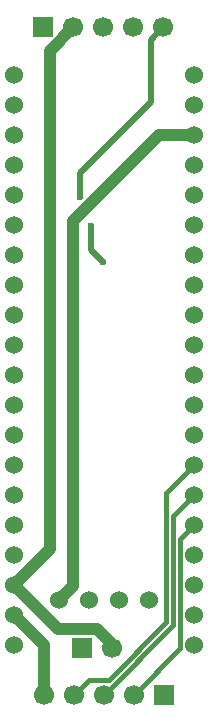
<source format=gbl>
%TF.GenerationSoftware,KiCad,Pcbnew,9.0.2*%
%TF.CreationDate,2025-07-08T19:23:37-03:00*%
%TF.ProjectId,ProlinUp,50726f6c-696e-4557-902e-6b696361645f,rev?*%
%TF.SameCoordinates,Original*%
%TF.FileFunction,Copper,L2,Bot*%
%TF.FilePolarity,Positive*%
%FSLAX46Y46*%
G04 Gerber Fmt 4.6, Leading zero omitted, Abs format (unit mm)*
G04 Created by KiCad (PCBNEW 9.0.2) date 2025-07-08 19:23:37*
%MOMM*%
%LPD*%
G01*
G04 APERTURE LIST*
%TA.AperFunction,ComponentPad*%
%ADD10R,1.700000X1.700000*%
%TD*%
%TA.AperFunction,ComponentPad*%
%ADD11C,1.700000*%
%TD*%
%TA.AperFunction,ComponentPad*%
%ADD12C,1.524000*%
%TD*%
%TA.AperFunction,ViaPad*%
%ADD13C,0.600000*%
%TD*%
%TA.AperFunction,Conductor*%
%ADD14C,1.000000*%
%TD*%
%TA.AperFunction,Conductor*%
%ADD15C,0.500000*%
%TD*%
%TA.AperFunction,Conductor*%
%ADD16C,0.400000*%
%TD*%
G04 APERTURE END LIST*
D10*
%TO.P,J2,1,Pin_1*%
%TO.N,+5V*%
X141922500Y-76156250D03*
D11*
%TO.P,J2,2,Pin_2*%
X144462500Y-76156250D03*
%TO.P,J2,3,Pin_3*%
%TO.N,GND*%
X147002500Y-76156250D03*
%TO.P,J2,4,Pin_4*%
X149542500Y-76156250D03*
%TO.P,J2,5,Pin_5*%
%TO.N,TOUCH_BUTTON*%
X152082500Y-76156250D03*
%TD*%
D10*
%TO.P,J1,1,Pin_1*%
%TO.N,+3.3V*%
X152122500Y-132656250D03*
D11*
%TO.P,J1,2,Pin_2*%
%TO.N,PA0_X_ADXL*%
X149582500Y-132656250D03*
%TO.P,J1,3,Pin_3*%
%TO.N,PA1_Z_ADXL*%
X147042500Y-132656250D03*
%TO.P,J1,4,Pin_4*%
%TO.N,PA2_Y_ADXL*%
X144502500Y-132656250D03*
%TO.P,J1,5,Pin_5*%
%TO.N,GND*%
X141962500Y-132656250D03*
%TD*%
D10*
%TO.P,J4,1,Pin_1*%
%TO.N,Net-(J4-Pin_1)*%
X145187500Y-128656250D03*
D11*
%TO.P,J4,2,Pin_2*%
%TO.N,+5V*%
X147727500Y-128656250D03*
%TD*%
D12*
%TO.P,U1,3V3,3.3V*%
%TO.N,+3.3V*%
X139437500Y-128461250D03*
X143247500Y-124651250D03*
X154677500Y-85281250D03*
%TO.P,U1,5V,5V*%
%TO.N,+5V*%
X139437500Y-123381250D03*
%TO.P,U1,G,GND*%
%TO.N,GND*%
X139437500Y-125921250D03*
X150867500Y-124651250D03*
X154677500Y-80201250D03*
X154677500Y-82741250D03*
%TO.P,U1,NRST,RESET*%
%TO.N,Net-(Q1-C)*%
X154677500Y-87821250D03*
%TO.P,U1,PA0,PA0*%
%TO.N,PA0_X_ADXL*%
X154677500Y-118301250D03*
%TO.P,U1,PA1,PA1*%
%TO.N,PA1_Z_ADXL*%
X154677500Y-115761250D03*
%TO.P,U1,PA2,PA2*%
%TO.N,PA2_Y_ADXL*%
X154677500Y-113221250D03*
%TO.P,U1,PA3,PA3*%
%TO.N,unconnected-(U1-PadPA3)*%
X154677500Y-110681250D03*
%TO.P,U1,PA4,PA4*%
%TO.N,unconnected-(U1-PadPA4)*%
X154677500Y-108141250D03*
%TO.P,U1,PA5,PA5*%
%TO.N,unconnected-(U1-PadPA5)*%
X154677500Y-105601250D03*
%TO.P,U1,PA6,PA6*%
%TO.N,PA6_PWM_OUTPUT*%
X154677500Y-103061250D03*
%TO.P,U1,PA7,PA7*%
%TO.N,unconnected-(U1-PadPA7)*%
X154677500Y-100521250D03*
%TO.P,U1,PA8,PA8*%
%TO.N,unconnected-(U1-PadPA8)*%
X139437500Y-90361250D03*
%TO.P,U1,PA9,PA9*%
%TO.N,unconnected-(U1-PadPA9)*%
X139437500Y-92901250D03*
%TO.P,U1,PA10,PA10*%
%TO.N,unconnected-(U1-PadPA10)*%
X139437500Y-95441250D03*
%TO.P,U1,PA11,PA11*%
%TO.N,unconnected-(U1-PadPA11)*%
X139437500Y-97981250D03*
%TO.P,U1,PA12,PA12*%
%TO.N,unconnected-(U1-PadPA12)*%
X139437500Y-100521250D03*
%TO.P,U1,PA15,PA15*%
%TO.N,unconnected-(U1-PadPA15)*%
X139437500Y-103061250D03*
%TO.P,U1,PB0,PB0*%
%TO.N,Net-(R2-Pad1)*%
X154677500Y-97981250D03*
%TO.P,U1,PB1,PB1*%
%TO.N,unconnected-(U1-PadPB1)*%
X154677500Y-95441250D03*
%TO.P,U1,PB3,PB3*%
%TO.N,unconnected-(U1-PadPB3)*%
X139437500Y-105601250D03*
%TO.P,U1,PB4,PB4*%
%TO.N,unconnected-(U1-PadPB4)*%
X139437500Y-108141250D03*
%TO.P,U1,PB5,PB5*%
%TO.N,unconnected-(U1-PadPB5)*%
X139437500Y-110681250D03*
%TO.P,U1,PB6,PB6*%
%TO.N,unconnected-(U1-PadPB6)*%
X139437500Y-113221250D03*
%TO.P,U1,PB7,PB7*%
%TO.N,SIGNAL_TOUCH*%
X139437500Y-115761250D03*
%TO.P,U1,PB8,PB8*%
%TO.N,unconnected-(U1-PadPB8)*%
X139437500Y-118301250D03*
%TO.P,U1,PB9,PB9*%
%TO.N,unconnected-(U1-PadPB9)*%
X139437500Y-120841250D03*
%TO.P,U1,PB10,PB10*%
%TO.N,unconnected-(U1-PadPB10)*%
X154677500Y-92901250D03*
%TO.P,U1,PB11,PB11*%
%TO.N,unconnected-(U1-PadPB11)*%
X154677500Y-90361250D03*
%TO.P,U1,PB12,PB12*%
%TO.N,unconnected-(U1-PadPB12)*%
X139437500Y-80201250D03*
%TO.P,U1,PB13,PB13*%
%TO.N,unconnected-(U1-PadPB13)*%
X139437500Y-82741250D03*
%TO.P,U1,PB14,PB14*%
%TO.N,unconnected-(U1-PadPB14)*%
X139437500Y-85281250D03*
%TO.P,U1,PB15,PB15*%
%TO.N,unconnected-(U1-PadPB15)*%
X139437500Y-87821250D03*
%TO.P,U1,PC13,PC13*%
%TO.N,unconnected-(U1-PadPC13)*%
X154677500Y-125921250D03*
%TO.P,U1,PC14,PC14*%
%TO.N,unconnected-(U1-PadPC14)*%
X154677500Y-123381250D03*
%TO.P,U1,PC15,PC15*%
%TO.N,unconnected-(U1-PadPC15)*%
X154677500Y-120841250D03*
%TO.P,U1,SWCLK*%
%TO.N,N/C*%
X148327500Y-124651250D03*
%TO.P,U1,SWO*%
X145787500Y-124651250D03*
%TO.P,U1,VBAT,Vbat*%
%TO.N,unconnected-(U1-Vbat-PadVBAT)*%
X154677500Y-128461250D03*
%TD*%
D13*
%TO.N,TOUCH_BUTTON*%
X145000000Y-90500000D03*
X146000000Y-93000000D03*
X146000000Y-93000000D03*
X147000000Y-96000000D03*
%TD*%
D14*
%TO.N,+5V*%
X144462500Y-76156250D02*
X142500000Y-78118750D01*
X142500000Y-78118750D02*
X142500000Y-120318750D01*
X142500000Y-120318750D02*
X139437500Y-123381250D01*
D15*
%TO.N,TOUCH_BUTTON*%
X145000000Y-90500000D02*
X145000000Y-88500000D01*
X151000000Y-77238750D02*
X152082500Y-76156250D01*
X145000000Y-88500000D02*
X151000000Y-82500000D01*
X151000000Y-82500000D02*
X151000000Y-77238750D01*
X146000000Y-95000000D02*
X146000000Y-93000000D01*
X147000000Y-96000000D02*
X146000000Y-95000000D01*
D14*
%TO.N,+3.3V*%
X143247500Y-124651250D02*
X144422500Y-123476250D01*
X144422500Y-123476250D02*
X144422500Y-92577500D01*
X144422500Y-92577500D02*
X151718750Y-85281250D01*
X151718750Y-85281250D02*
X154677500Y-85281250D01*
%TO.N,+5V*%
X147727500Y-128391250D02*
X147727500Y-128656250D01*
X139437500Y-123381250D02*
X143161500Y-127105250D01*
X146441500Y-127105250D02*
X147727500Y-128391250D01*
X143161500Y-127105250D02*
X146441500Y-127105250D01*
%TO.N,GND*%
X139437500Y-125921250D02*
X141962500Y-128446250D01*
X141962500Y-128446250D02*
X141962500Y-132656250D01*
D16*
%TO.N,PA2_Y_ADXL*%
X145753500Y-131405250D02*
X147443558Y-131405250D01*
X152312500Y-115586250D02*
X154677500Y-113221250D01*
X152312500Y-126536308D02*
X152312500Y-115586250D01*
X144502500Y-132656250D02*
X145753500Y-131405250D01*
X147443558Y-131405250D02*
X152312500Y-126536308D01*
%TO.N,PA0_X_ADXL*%
X149582500Y-132656250D02*
X153514500Y-128724250D01*
X153514500Y-128724250D02*
X153514500Y-119464250D01*
X153514500Y-119464250D02*
X154677500Y-118301250D01*
%TO.N,PA1_Z_ADXL*%
X147042500Y-132656250D02*
X152913500Y-126785250D01*
X152913500Y-126785250D02*
X152913500Y-117525250D01*
X152913500Y-117525250D02*
X154677500Y-115761250D01*
%TD*%
M02*

</source>
